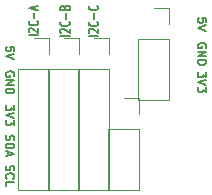
<source format=gto>
G04 #@! TF.GenerationSoftware,KiCad,Pcbnew,(5.1.2)-1*
G04 #@! TF.CreationDate,2023-09-28T15:07:13+01:00*
G04 #@! TF.ProjectId,RPi_I2C_PWR_PCB00,5250695f-4932-4435-9f50-57525f504342,rev?*
G04 #@! TF.SameCoordinates,Original*
G04 #@! TF.FileFunction,Legend,Top*
G04 #@! TF.FilePolarity,Positive*
%FSLAX46Y46*%
G04 Gerber Fmt 4.6, Leading zero omitted, Abs format (unit mm)*
G04 Created by KiCad (PCBNEW (5.1.2)-1) date 2023-09-28 15:07:13*
%MOMM*%
%LPD*%
G04 APERTURE LIST*
%ADD10C,0.160000*%
%ADD11C,0.120000*%
%ADD12C,0.150000*%
%ADD13O,1.802000X1.802000*%
%ADD14R,1.802000X1.802000*%
G04 APERTURE END LIST*
D10*
X136621000Y-75285666D02*
X136654333Y-75219000D01*
X136654333Y-75119000D01*
X136621000Y-75019000D01*
X136554333Y-74952333D01*
X136487666Y-74919000D01*
X136354333Y-74885666D01*
X136254333Y-74885666D01*
X136121000Y-74919000D01*
X136054333Y-74952333D01*
X135987666Y-75019000D01*
X135954333Y-75119000D01*
X135954333Y-75185666D01*
X135987666Y-75285666D01*
X136021000Y-75319000D01*
X136254333Y-75319000D01*
X136254333Y-75185666D01*
X135954333Y-75619000D02*
X136654333Y-75619000D01*
X135954333Y-76019000D01*
X136654333Y-76019000D01*
X135954333Y-76352333D02*
X136654333Y-76352333D01*
X136654333Y-76519000D01*
X136621000Y-76619000D01*
X136554333Y-76685666D01*
X136487666Y-76719000D01*
X136354333Y-76752333D01*
X136254333Y-76752333D01*
X136121000Y-76719000D01*
X136054333Y-76685666D01*
X135987666Y-76619000D01*
X135954333Y-76519000D01*
X135954333Y-76352333D01*
X136654333Y-77365333D02*
X136654333Y-77798666D01*
X136387666Y-77565333D01*
X136387666Y-77665333D01*
X136354333Y-77732000D01*
X136321000Y-77765333D01*
X136254333Y-77798666D01*
X136087666Y-77798666D01*
X136021000Y-77765333D01*
X135987666Y-77732000D01*
X135954333Y-77665333D01*
X135954333Y-77465333D01*
X135987666Y-77398666D01*
X136021000Y-77365333D01*
X136654333Y-77998666D02*
X135954333Y-78232000D01*
X136654333Y-78465333D01*
X136654333Y-78632000D02*
X136654333Y-79065333D01*
X136387666Y-78832000D01*
X136387666Y-78932000D01*
X136354333Y-78998666D01*
X136321000Y-79032000D01*
X136254333Y-79065333D01*
X136087666Y-79065333D01*
X136021000Y-79032000D01*
X135987666Y-78998666D01*
X135954333Y-78932000D01*
X135954333Y-78732000D01*
X135987666Y-78665333D01*
X136021000Y-78632000D01*
X136654333Y-73145666D02*
X136654333Y-72812333D01*
X136321000Y-72779000D01*
X136354333Y-72812333D01*
X136387666Y-72879000D01*
X136387666Y-73045666D01*
X136354333Y-73112333D01*
X136321000Y-73145666D01*
X136254333Y-73179000D01*
X136087666Y-73179000D01*
X136021000Y-73145666D01*
X135987666Y-73112333D01*
X135954333Y-73045666D01*
X135954333Y-72879000D01*
X135987666Y-72812333D01*
X136021000Y-72779000D01*
X136654333Y-73379000D02*
X135954333Y-73612333D01*
X136654333Y-73845666D01*
X119731666Y-85272666D02*
X119698333Y-85372666D01*
X119698333Y-85539333D01*
X119731666Y-85606000D01*
X119765000Y-85639333D01*
X119831666Y-85672666D01*
X119898333Y-85672666D01*
X119965000Y-85639333D01*
X119998333Y-85606000D01*
X120031666Y-85539333D01*
X120065000Y-85406000D01*
X120098333Y-85339333D01*
X120131666Y-85306000D01*
X120198333Y-85272666D01*
X120265000Y-85272666D01*
X120331666Y-85306000D01*
X120365000Y-85339333D01*
X120398333Y-85406000D01*
X120398333Y-85572666D01*
X120365000Y-85672666D01*
X119765000Y-86372666D02*
X119731666Y-86339333D01*
X119698333Y-86239333D01*
X119698333Y-86172666D01*
X119731666Y-86072666D01*
X119798333Y-86006000D01*
X119865000Y-85972666D01*
X119998333Y-85939333D01*
X120098333Y-85939333D01*
X120231666Y-85972666D01*
X120298333Y-86006000D01*
X120365000Y-86072666D01*
X120398333Y-86172666D01*
X120398333Y-86239333D01*
X120365000Y-86339333D01*
X120331666Y-86372666D01*
X119698333Y-87006000D02*
X119698333Y-86672666D01*
X120398333Y-86672666D01*
X119731666Y-82716000D02*
X119698333Y-82816000D01*
X119698333Y-82982666D01*
X119731666Y-83049333D01*
X119765000Y-83082666D01*
X119831666Y-83116000D01*
X119898333Y-83116000D01*
X119965000Y-83082666D01*
X119998333Y-83049333D01*
X120031666Y-82982666D01*
X120065000Y-82849333D01*
X120098333Y-82782666D01*
X120131666Y-82749333D01*
X120198333Y-82716000D01*
X120265000Y-82716000D01*
X120331666Y-82749333D01*
X120365000Y-82782666D01*
X120398333Y-82849333D01*
X120398333Y-83016000D01*
X120365000Y-83116000D01*
X119698333Y-83416000D02*
X120398333Y-83416000D01*
X120398333Y-83582666D01*
X120365000Y-83682666D01*
X120298333Y-83749333D01*
X120231666Y-83782666D01*
X120098333Y-83816000D01*
X119998333Y-83816000D01*
X119865000Y-83782666D01*
X119798333Y-83749333D01*
X119731666Y-83682666D01*
X119698333Y-83582666D01*
X119698333Y-83416000D01*
X119898333Y-84082666D02*
X119898333Y-84416000D01*
X119698333Y-84016000D02*
X120398333Y-84249333D01*
X119698333Y-84482666D01*
X120398333Y-80159333D02*
X120398333Y-80592666D01*
X120131666Y-80359333D01*
X120131666Y-80459333D01*
X120098333Y-80526000D01*
X120065000Y-80559333D01*
X119998333Y-80592666D01*
X119831666Y-80592666D01*
X119765000Y-80559333D01*
X119731666Y-80526000D01*
X119698333Y-80459333D01*
X119698333Y-80259333D01*
X119731666Y-80192666D01*
X119765000Y-80159333D01*
X120398333Y-80792666D02*
X119698333Y-81026000D01*
X120398333Y-81259333D01*
X120398333Y-81426000D02*
X120398333Y-81859333D01*
X120131666Y-81626000D01*
X120131666Y-81726000D01*
X120098333Y-81792666D01*
X120065000Y-81826000D01*
X119998333Y-81859333D01*
X119831666Y-81859333D01*
X119765000Y-81826000D01*
X119731666Y-81792666D01*
X119698333Y-81726000D01*
X119698333Y-81526000D01*
X119731666Y-81459333D01*
X119765000Y-81426000D01*
X120365000Y-77698666D02*
X120398333Y-77632000D01*
X120398333Y-77532000D01*
X120365000Y-77432000D01*
X120298333Y-77365333D01*
X120231666Y-77332000D01*
X120098333Y-77298666D01*
X119998333Y-77298666D01*
X119865000Y-77332000D01*
X119798333Y-77365333D01*
X119731666Y-77432000D01*
X119698333Y-77532000D01*
X119698333Y-77598666D01*
X119731666Y-77698666D01*
X119765000Y-77732000D01*
X119998333Y-77732000D01*
X119998333Y-77598666D01*
X119698333Y-78032000D02*
X120398333Y-78032000D01*
X119698333Y-78432000D01*
X120398333Y-78432000D01*
X119698333Y-78765333D02*
X120398333Y-78765333D01*
X120398333Y-78932000D01*
X120365000Y-79032000D01*
X120298333Y-79098666D01*
X120231666Y-79132000D01*
X120098333Y-79165333D01*
X119998333Y-79165333D01*
X119865000Y-79132000D01*
X119798333Y-79098666D01*
X119731666Y-79032000D01*
X119698333Y-78932000D01*
X119698333Y-78765333D01*
X120398333Y-75558666D02*
X120398333Y-75225333D01*
X120065000Y-75192000D01*
X120098333Y-75225333D01*
X120131666Y-75292000D01*
X120131666Y-75458666D01*
X120098333Y-75525333D01*
X120065000Y-75558666D01*
X119998333Y-75592000D01*
X119831666Y-75592000D01*
X119765000Y-75558666D01*
X119731666Y-75525333D01*
X119698333Y-75458666D01*
X119698333Y-75292000D01*
X119731666Y-75225333D01*
X119765000Y-75192000D01*
X120398333Y-75792000D02*
X119698333Y-76025333D01*
X120398333Y-76258666D01*
D11*
X124587000Y-74489000D02*
X125917000Y-74489000D01*
X125917000Y-74489000D02*
X125917000Y-75819000D01*
X125917000Y-77089000D02*
X125917000Y-87309000D01*
X123257000Y-87309000D02*
X125917000Y-87309000D01*
X123257000Y-77089000D02*
X123257000Y-87309000D01*
X123257000Y-77089000D02*
X125917000Y-77089000D01*
X125797000Y-77089000D02*
X128457000Y-77089000D01*
X125797000Y-77089000D02*
X125797000Y-87309000D01*
X125797000Y-87309000D02*
X128457000Y-87309000D01*
X128457000Y-77089000D02*
X128457000Y-87309000D01*
X128457000Y-74489000D02*
X128457000Y-75819000D01*
X127127000Y-74489000D02*
X128457000Y-74489000D01*
X122047000Y-74489000D02*
X123377000Y-74489000D01*
X123377000Y-74489000D02*
X123377000Y-75819000D01*
X123377000Y-77089000D02*
X123377000Y-87309000D01*
X120717000Y-87309000D02*
X123377000Y-87309000D01*
X120717000Y-77089000D02*
X120717000Y-87309000D01*
X120717000Y-77089000D02*
X123377000Y-77089000D01*
X128337000Y-82169000D02*
X130997000Y-82169000D01*
X128337000Y-82169000D02*
X128337000Y-87309000D01*
X128337000Y-87309000D02*
X130997000Y-87309000D01*
X130997000Y-82169000D02*
X130997000Y-87309000D01*
X130997000Y-79569000D02*
X130997000Y-80899000D01*
X129667000Y-79569000D02*
X130997000Y-79569000D01*
X130877000Y-74549000D02*
X133537000Y-74549000D01*
X130877000Y-74549000D02*
X130877000Y-79689000D01*
X130877000Y-79689000D02*
X133537000Y-79689000D01*
X133537000Y-74549000D02*
X133537000Y-79689000D01*
X133537000Y-71949000D02*
X133537000Y-73279000D01*
X132207000Y-71949000D02*
X133537000Y-71949000D01*
D12*
X125075904Y-74282142D02*
X124275904Y-74282142D01*
X124352095Y-74025000D02*
X124314000Y-73996428D01*
X124275904Y-73939285D01*
X124275904Y-73796428D01*
X124314000Y-73739285D01*
X124352095Y-73710714D01*
X124428285Y-73682142D01*
X124504476Y-73682142D01*
X124618761Y-73710714D01*
X125075904Y-74053571D01*
X125075904Y-73682142D01*
X124999714Y-73082142D02*
X125037809Y-73110714D01*
X125075904Y-73196428D01*
X125075904Y-73253571D01*
X125037809Y-73339285D01*
X124961619Y-73396428D01*
X124885428Y-73425000D01*
X124733047Y-73453571D01*
X124618761Y-73453571D01*
X124466380Y-73425000D01*
X124390190Y-73396428D01*
X124314000Y-73339285D01*
X124275904Y-73253571D01*
X124275904Y-73196428D01*
X124314000Y-73110714D01*
X124352095Y-73082142D01*
X124771142Y-72825000D02*
X124771142Y-72367857D01*
X124656857Y-71882142D02*
X124694952Y-71796428D01*
X124733047Y-71767857D01*
X124809238Y-71739285D01*
X124923523Y-71739285D01*
X124999714Y-71767857D01*
X125037809Y-71796428D01*
X125075904Y-71853571D01*
X125075904Y-72082142D01*
X124275904Y-72082142D01*
X124275904Y-71882142D01*
X124314000Y-71825000D01*
X124352095Y-71796428D01*
X124428285Y-71767857D01*
X124504476Y-71767857D01*
X124580666Y-71796428D01*
X124618761Y-71825000D01*
X124656857Y-71882142D01*
X124656857Y-72082142D01*
X127488904Y-74282142D02*
X126688904Y-74282142D01*
X126765095Y-74025000D02*
X126727000Y-73996428D01*
X126688904Y-73939285D01*
X126688904Y-73796428D01*
X126727000Y-73739285D01*
X126765095Y-73710714D01*
X126841285Y-73682142D01*
X126917476Y-73682142D01*
X127031761Y-73710714D01*
X127488904Y-74053571D01*
X127488904Y-73682142D01*
X127412714Y-73082142D02*
X127450809Y-73110714D01*
X127488904Y-73196428D01*
X127488904Y-73253571D01*
X127450809Y-73339285D01*
X127374619Y-73396428D01*
X127298428Y-73425000D01*
X127146047Y-73453571D01*
X127031761Y-73453571D01*
X126879380Y-73425000D01*
X126803190Y-73396428D01*
X126727000Y-73339285D01*
X126688904Y-73253571D01*
X126688904Y-73196428D01*
X126727000Y-73110714D01*
X126765095Y-73082142D01*
X127184142Y-72825000D02*
X127184142Y-72367857D01*
X127412714Y-71739285D02*
X127450809Y-71767857D01*
X127488904Y-71853571D01*
X127488904Y-71910714D01*
X127450809Y-71996428D01*
X127374619Y-72053571D01*
X127298428Y-72082142D01*
X127146047Y-72110714D01*
X127031761Y-72110714D01*
X126879380Y-72082142D01*
X126803190Y-72053571D01*
X126727000Y-71996428D01*
X126688904Y-71910714D01*
X126688904Y-71853571D01*
X126727000Y-71767857D01*
X126765095Y-71739285D01*
X122408904Y-74239285D02*
X121608904Y-74239285D01*
X121685095Y-73982142D02*
X121647000Y-73953571D01*
X121608904Y-73896428D01*
X121608904Y-73753571D01*
X121647000Y-73696428D01*
X121685095Y-73667857D01*
X121761285Y-73639285D01*
X121837476Y-73639285D01*
X121951761Y-73667857D01*
X122408904Y-74010714D01*
X122408904Y-73639285D01*
X122332714Y-73039285D02*
X122370809Y-73067857D01*
X122408904Y-73153571D01*
X122408904Y-73210714D01*
X122370809Y-73296428D01*
X122294619Y-73353571D01*
X122218428Y-73382142D01*
X122066047Y-73410714D01*
X121951761Y-73410714D01*
X121799380Y-73382142D01*
X121723190Y-73353571D01*
X121647000Y-73296428D01*
X121608904Y-73210714D01*
X121608904Y-73153571D01*
X121647000Y-73067857D01*
X121685095Y-73039285D01*
X122104142Y-72782142D02*
X122104142Y-72325000D01*
X122180333Y-72067857D02*
X122180333Y-71782142D01*
X122408904Y-72125000D02*
X121608904Y-71925000D01*
X122408904Y-71725000D01*
%LPC*%
D13*
X124587000Y-85979000D03*
X124587000Y-83439000D03*
X124587000Y-80899000D03*
X124587000Y-78359000D03*
D14*
X124587000Y-75819000D03*
X127127000Y-75819000D03*
D13*
X127127000Y-78359000D03*
X127127000Y-80899000D03*
X127127000Y-83439000D03*
X127127000Y-85979000D03*
X122047000Y-85979000D03*
X122047000Y-83439000D03*
X122047000Y-80899000D03*
X122047000Y-78359000D03*
D14*
X122047000Y-75819000D03*
X129667000Y-73279000D03*
D13*
X129667000Y-75819000D03*
X129667000Y-78359000D03*
X134747000Y-78359000D03*
X134747000Y-75819000D03*
D14*
X134747000Y-73279000D03*
X129667000Y-80899000D03*
D13*
X129667000Y-83439000D03*
X129667000Y-85979000D03*
X132207000Y-80899000D03*
X132207000Y-83439000D03*
D14*
X132207000Y-85979000D03*
X132207000Y-73279000D03*
D13*
X132207000Y-75819000D03*
X132207000Y-78359000D03*
M02*

</source>
